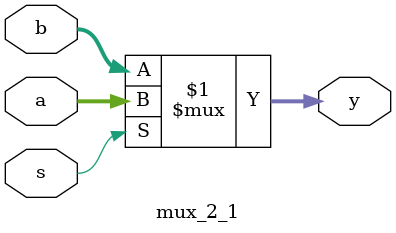
<source format=sv>
module mux_2_1 #(parameter N=32)(a,b,s,y);
input logic [N-1:0] a,b;
output logic [N-1:0]y;
input logic s;
assign y=s?a:b;
endmodule
</source>
